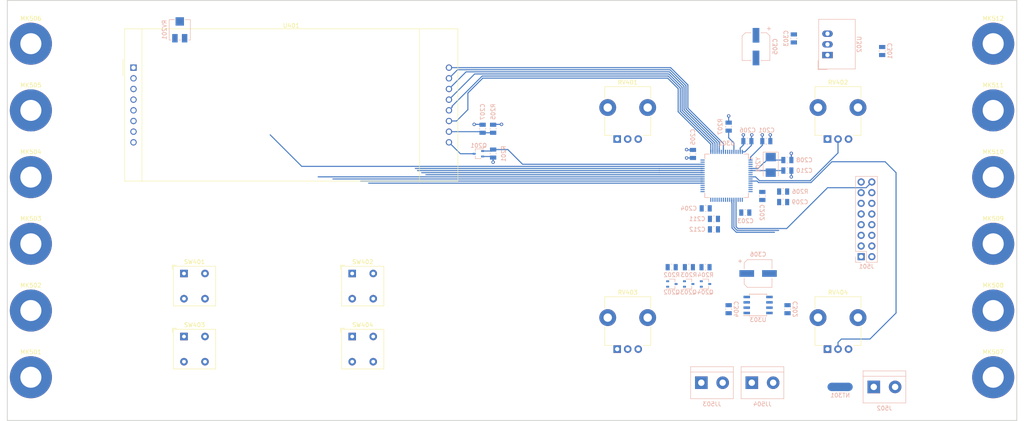
<source format=kicad_pcb>
(kicad_pcb (version 20171130) (host pcbnew "(2018-01-21 revision 81642dddd)-makepkg")
  (layers (0 F.Cu signal) (1 In1.Cu power hide) (2 In2.Cu power hide) (31 B.Cu signal) (34 B.Paste user) (35 F.Paste user) (36 B.SilkS user) (37 F.SilkS user) (38 B.Mask user) (39 F.Mask user) (44 Edge.Cuts user))
  (net 0 "")
  (net 1 /Connectors/+3V3)
  (net 2 /Connectors/Spark_Voltage_0)
  (net 3 /Connectors/GND)
  (net 4 /Connectors/Spark_Voltage_1)
  (net 5 /Connectors/Spark_Voltage_2)
  (net 6 /Connectors/Spark_Voltage_Status)
  (net 7 /Connectors/Output_250V_Enable)
  (net 8 /Connectors/Output_20V_Enable)
  (net 9 /Connectors/Short_Circuit)
  (net 10 /Connectors/Breakdown)
  (net 11 /Connectors/Stepper_DIR)
  (net 12 /Connectors/Stepper_PUL)
  (net 13 /Connectors/Stepper_EN)
  (net 14 GND)
  (net 15 +3V3)
  (net 16 "Net-(U301-Pad2)")
  (net 17 "Net-(U301-Pad3)")
  (net 18 "Net-(U301-Pad4)")
  (net 19 "Net-(U301-Pad24)")
  (net 20 "Net-(U301-Pad29)")
  (net 21 "Net-(U301-Pad36)")
  (net 22 "Net-(U301-Pad54)")
  (net 23 "Net-(U301-Pad61)")
  (net 24 "Net-(U301-Pad62)")
  (net 25 +5V)
  (net 26 +24V)
  (net 27 "Net-(Q204-Pad1)")
  (net 28 "Net-(Q203-Pad1)")
  (net 29 "Net-(Q202-Pad1)")
  (net 30 "Net-(Q201-Pad1)")
  (net 31 "Net-(U303-Pad4)")
  (net 32 "Net-(U303-Pad5)")
  (net 33 "Net-(R207-Pad1)")
  (net 34 "Net-(C209-Pad1)")
  (net 35 /Controller/LCD_A)
  (net 36 /Controller/LCD_V0)
  (net 37 /Controller/LCD_K)
  (net 38 "Net-(C208-Pad1)")
  (net 39 "Net-(C210-Pad1)")
  (net 40 /Controller/LCD_DB0)
  (net 41 /Controller/LCD_DB1)
  (net 42 /Controller/LCD_DB2)
  (net 43 /Controller/LCD_DB3)
  (net 44 /Controller/LCD_DB4)
  (net 45 /Controller/LCD_DB5)
  (net 46 /Controller/LCD_DB6)
  (net 47 /Controller/LCD_DB7)
  (net 48 "Net-(C211-Pad1)")
  (net 49 /Controller/LCD_RS)
  (net 50 /Controller/LCD_RW)
  (net 51 /Controller/LCD_E)
  (net 52 "Net-(U301-Pad14)")
  (net 53 "Net-(U301-Pad15)")
  (net 54 "Net-(U301-Pad16)")
  (net 55 "Net-(U301-Pad17)")
  (net 56 /Controller/POT_4)
  (net 57 /Controller/POT_3)
  (net 58 /Controller/POT_2)
  (net 59 /Controller/POT_1)
  (net 60 "Net-(U301-Pad56)")
  (net 61 "Net-(U301-Pad57)")
  (net 62 "Net-(U301-Pad58)")
  (net 63 "Net-(U301-Pad59)")
  (net 64 /Controller/SW_1)
  (net 65 /Controller/SW_2)
  (net 66 /Controller/SW_3)
  (net 67 /Controller/SW_4)
  (module Potentiometer_SMD:Potentiometer_Bourns_3214J_Horizontal (layer B.Cu) (at 41 -93 270)
    (fp_text reference RV201 (at 0 3.65 270) (layer B.SilkS) (effects (justify mirror)))
    (fp_text value 20k)
    (pad 1 smd rect (at 2 1.15 270) (size 2 1.3) (layers B.Cu B.Paste B.Mask) (net 15 +3V3))
    (pad 2 smd rect (at -2 0 270) (size 2 2) (layers B.Cu B.Paste B.Mask) (net 36 /Controller/LCD_V0))
    (pad 3 smd rect (at 2 -1.15 270) (size 2 1.3) (layers B.Cu B.Paste B.Mask) (net 14 GND))
  )
  (module Capacitor_SMD:C_0805_2012Metric (layer B.Cu) (at 168 -45.5 180)
    (fp_text reference C212 (at 3.955 0 180) (layer B.SilkS) (effects (justify mirror)))
    (fp_text value 2u2)
    (pad 2 smd rect (at 0.955 0 180) (size 0.97 1.5) (layers B.Cu B.Paste B.Mask) (net 14 GND))
    (pad 1 smd rect (at -0.955 0 180) (size 0.97 1.5) (layers B.Cu B.Paste B.Mask) (net 48 "Net-(C211-Pad1)"))
  )
  (module Capacitor_SMD:C_0805_2012Metric (layer B.Cu) (at 168 -48 180)
    (fp_text reference C211 (at 4 0 180) (layer B.SilkS) (effects (justify mirror)))
    (fp_text value 2u2)
    (pad 1 smd rect (at -0.955 0 180) (size 0.97 1.5) (layers B.Cu B.Paste B.Mask) (net 48 "Net-(C211-Pad1)"))
    (pad 2 smd rect (at 0.955 0 180) (size 0.97 1.5) (layers B.Cu B.Paste B.Mask) (net 14 GND))
  )
  (module Capacitor_SMD:C_0805_2012Metric (layer B.Cu) (at 185.455 -59.5)
    (fp_text reference C210 (at 4.045 0) (layer B.SilkS) (effects (justify mirror)))
    (fp_text value 12p)
    (pad 2 smd rect (at 0.955 0) (size 0.97 1.5) (layers B.Cu B.Paste B.Mask) (net 14 GND))
    (pad 1 smd rect (at -0.955 0) (size 0.97 1.5) (layers B.Cu B.Paste B.Mask) (net 39 "Net-(C210-Pad1)"))
  )
  (module Capacitor_SMD:C_0805_2012Metric (layer B.Cu) (at 184.455 -52)
    (fp_text reference C209 (at 4 0) (layer B.SilkS) (effects (justify mirror)))
    (fp_text value 100n)
    (pad 1 smd rect (at -0.955 0) (size 0.97 1.5) (layers B.Cu B.Paste B.Mask) (net 34 "Net-(C209-Pad1)"))
    (pad 2 smd rect (at 0.955 0) (size 0.97 1.5) (layers B.Cu B.Paste B.Mask) (net 14 GND))
  )
  (module Capacitor_SMD:C_0805_2012Metric (layer B.Cu) (at 185.455 -62)
    (fp_text reference C208 (at 4.045 0) (layer B.SilkS) (effects (justify mirror)))
    (fp_text value 12p)
    (pad 2 smd rect (at 0.955 0) (size 0.97 1.5) (layers B.Cu B.Paste B.Mask) (net 14 GND))
    (pad 1 smd rect (at -0.955 0) (size 0.97 1.5) (layers B.Cu B.Paste B.Mask) (net 38 "Net-(C208-Pad1)"))
  )
  (module Capacitor_SMD:C_0805_2012Metric (layer B.Cu) (at 113 -69.455 90)
    (fp_text reference C207 (at 4.045 0 90) (layer B.SilkS) (effects (justify mirror)))
    (fp_text value 1u)
    (pad 1 smd rect (at -0.955 0 90) (size 0.97 1.5) (layers B.Cu B.Paste B.Mask) (net 35 /Controller/LCD_A))
    (pad 2 smd rect (at 0.955 0 90) (size 0.97 1.5) (layers B.Cu B.Paste B.Mask) (net 14 GND))
  )
  (module Crystal:Crystal_SMD_5032-2Pin_5.0x3.2mm (layer B.Cu) (at 181.5 -60.85 270)
    (fp_text reference Y201 (at 0 3 270) (layer B.SilkS) (effects (justify mirror)))
    (fp_text value 25M)
    (pad 1 smd rect (at -1.85 0 270) (size 2 2.4) (layers B.Cu B.Paste B.Mask) (net 38 "Net-(C208-Pad1)"))
    (pad 2 smd rect (at 1.85 0 270) (size 2 2.4) (layers B.Cu B.Paste B.Mask) (net 39 "Net-(C210-Pad1)"))
  )
  (module Resistor_SMD:R_0805_2012Metric (layer B.Cu) (at 184.455 -54.5)
    (fp_text reference R206 (at 4.045 0) (layer B.SilkS) (effects (justify mirror)))
    (fp_text value 27k)
    (pad 2 smd rect (at 0.955 0) (size 0.97 1.5) (layers B.Cu B.Paste B.Mask) (net 15 +3V3))
    (pad 1 smd rect (at -0.955 0) (size 0.97 1.5) (layers B.Cu B.Paste B.Mask) (net 34 "Net-(C209-Pad1)"))
  )
  (module Resistor_SMD:R_0805_2012Metric (layer B.Cu) (at 171.5 -69.955 90)
    (fp_text reference R207 (at 0 -2 270) (layer B.SilkS) (effects (justify mirror)))
    (fp_text value 27k)
    (pad 1 smd rect (at -0.955 0 90) (size 0.97 1.5) (layers B.Cu B.Paste B.Mask) (net 33 "Net-(R207-Pad1)"))
    (pad 2 smd rect (at 0.955 0 90) (size 0.97 1.5) (layers B.Cu B.Paste B.Mask) (net 14 GND))
  )
  (module Converter_DCDC:Converter_DCDC_RECOM_R-78E-0.5_THT (layer B.Cu) (at 195 -87 90)
    (fp_text reference U302 (at 2.54 7.55 90) (layer B.SilkS) (effects (justify mirror)))
    (fp_text value R-78E3.3-1.0)
    (pad 3 thru_hole oval (at 5.08 0 90) (size 1.5 2.5) (drill 1) (layers *.Cu *.Mask) (net 15 +3V3))
    (pad 2 thru_hole oval (at 2.54 0 90) (size 1.5 2.5) (drill 1) (layers *.Cu *.Mask) (net 14 GND))
    (pad 1 thru_hole rect (at 0 0 90) (size 1.5 2.5) (drill 1) (layers *.Cu *.Mask) (net 26 +24V))
  )
  (module NetTie:NetTie-2_SMD_Pad2.0mm (layer B.Cu) (at 198 -8)
    (fp_text reference NT301 (at 0 2) (layer B.SilkS) (effects (justify mirror)))
    (fp_text value Net-Tie_2)
    (fp_poly (pts (xy -2 1) (xy 2 1) (xy 2 -1) (xy -2 -1)) (layer B.Cu) (width 0))
    (pad 1 smd circle (at -2 0) (size 2 2) (layers B.Cu) (net 14 GND))
    (pad 2 smd circle (at 2 0) (size 2 2) (layers B.Cu) (net 14 GND))
  )
  (module Capacitor_SMD:CP_Elec_6.3x5.3 (layer B.Cu) (at 178.5 -35)
    (fp_text reference C306 (at 0 -4.56) (layer B.SilkS) (effects (justify mirror)))
    (fp_text value 10u)
    (fp_text user + (at -4.28 -3.01) (layer B.SilkS) (effects (justify mirror)))
    (pad 2 smd rect (at 2.7 0 180) (size 3.5 1.6) (layers B.Cu B.Paste B.Mask) (net 14 GND))
    (pad 1 smd rect (at -2.7 0 180) (size 3.5 1.6) (layers B.Cu B.Paste B.Mask) (net 25 +5V))
  )
  (module Capacitor_SMD:CP_Elec_6.3x5.3 (layer B.Cu) (at 178 -89 270)
    (fp_text reference C305 (at 0 -4.56 270) (layer B.SilkS) (effects (justify mirror)))
    (fp_text value 10u)
    (fp_text user + (at -4.28 -3.01 270) (layer B.SilkS) (effects (justify mirror)))
    (pad 1 smd rect (at -2.7 0 90) (size 3.5 1.6) (layers B.Cu B.Paste B.Mask) (net 15 +3V3))
    (pad 2 smd rect (at 2.7 0 90) (size 3.5 1.6) (layers B.Cu B.Paste B.Mask) (net 14 GND))
  )
  (module Capacitor_SMD:C_0805_2012Metric (layer B.Cu) (at 163 -63.455 270)
    (fp_text reference C205 (at -4.045 0 270) (layer B.SilkS) (effects (justify mirror)))
    (fp_text value 100n)
    (pad 2 smd rect (at 0.955 0 270) (size 0.97 1.5) (layers B.Cu B.Paste B.Mask) (net 14 GND))
    (pad 1 smd rect (at -0.955 0 270) (size 0.97 1.5) (layers B.Cu B.Paste B.Mask) (net 15 +3V3))
  )
  (module Capacitor_SMD:C_0805_2012Metric (layer B.Cu) (at 171.5 -26.5 90)
    (fp_text reference C304 (at 0 1.85 90) (layer B.SilkS) (effects (justify mirror)))
    (fp_text value 100n)
    (pad 1 smd rect (at -0.955 0 90) (size 0.97 1.5) (layers B.Cu B.Paste B.Mask) (net 25 +5V))
    (pad 2 smd rect (at 0.955 0 90) (size 0.97 1.5) (layers B.Cu B.Paste B.Mask) (net 14 GND))
  )
  (module Capacitor_SMD:C_0805_2012Metric (layer B.Cu) (at 187 -90.955 270)
    (fp_text reference C303 (at 0 1.85 270) (layer B.SilkS) (effects (justify mirror)))
    (fp_text value 100n)
    (pad 2 smd rect (at 0.955 0 270) (size 0.97 1.5) (layers B.Cu B.Paste B.Mask) (net 14 GND))
    (pad 1 smd rect (at -0.955 0 270) (size 0.97 1.5) (layers B.Cu B.Paste B.Mask) (net 15 +3V3))
  )
  (module Capacitor_SMD:C_0805_2012Metric (layer B.Cu) (at 185.5 -26.5 90)
    (fp_text reference C302 (at 0 1.85 90) (layer B.SilkS) (effects (justify mirror)))
    (fp_text value 330n)
    (pad 1 smd rect (at -0.955 0 90) (size 0.97 1.5) (layers B.Cu B.Paste B.Mask) (net 26 +24V))
    (pad 2 smd rect (at 0.955 0 90) (size 0.97 1.5) (layers B.Cu B.Paste B.Mask) (net 14 GND))
  )
  (module Capacitor_SMD:C_0805_2012Metric (layer B.Cu) (at 175.955 -66.5 180)
    (fp_text reference C206 (at -0.045 2.6 180) (layer B.SilkS) (effects (justify mirror)))
    (fp_text value 100n)
    (pad 2 smd rect (at 0.955 0 180) (size 0.97 1.5) (layers B.Cu B.Paste B.Mask) (net 14 GND))
    (pad 1 smd rect (at -0.955 0 180) (size 0.97 1.5) (layers B.Cu B.Paste B.Mask) (net 15 +3V3))
  )
  (module Capacitor_SMD:C_0805_2012Metric (layer B.Cu) (at 166.045 -50.5)
    (fp_text reference C204 (at -4.045 0) (layer B.SilkS) (effects (justify mirror)))
    (fp_text value 100n)
    (pad 1 smd rect (at -0.955 0) (size 0.97 1.5) (layers B.Cu B.Paste B.Mask) (net 15 +3V3))
    (pad 2 smd rect (at 0.955 0) (size 0.97 1.5) (layers B.Cu B.Paste B.Mask) (net 14 GND))
  )
  (module Capacitor_SMD:C_0805_2012Metric (layer B.Cu) (at 175.455 -49.5)
    (fp_text reference C203 (at 0.045 2) (layer B.SilkS) (effects (justify mirror)))
    (fp_text value 100n)
    (pad 2 smd rect (at 0.955 0) (size 0.97 1.5) (layers B.Cu B.Paste B.Mask) (net 14 GND))
    (pad 1 smd rect (at -0.955 0) (size 0.97 1.5) (layers B.Cu B.Paste B.Mask) (net 15 +3V3))
  )
  (module Capacitor_SMD:C_0805_2012Metric (layer B.Cu) (at 179.5 -53.455 90)
    (fp_text reference C202 (at -3.955 0 90) (layer B.SilkS) (effects (justify mirror)))
    (fp_text value 100n)
    (pad 1 smd rect (at -0.955 0 90) (size 0.97 1.5) (layers B.Cu B.Paste B.Mask) (net 15 +3V3))
    (pad 2 smd rect (at 0.955 0 90) (size 0.97 1.5) (layers B.Cu B.Paste B.Mask) (net 14 GND))
  )
  (module Capacitor_SMD:C_0805_2012Metric (layer B.Cu) (at 180.455 -66.5)
    (fp_text reference C201 (at 0.045 -2.6) (layer B.SilkS) (effects (justify mirror)))
    (fp_text value 100n)
    (pad 2 smd rect (at 0.955 0) (size 0.97 1.5) (layers B.Cu B.Paste B.Mask) (net 14 GND))
    (pad 1 smd rect (at -0.955 0) (size 0.97 1.5) (layers B.Cu B.Paste B.Mask) (net 15 +3V3))
  )
  (module Capacitor_SMD:C_0805_2012Metric (layer B.Cu) (at 208 -87.955 90)
    (fp_text reference C301 (at 0 1.85 90) (layer B.SilkS) (effects (justify mirror)))
    (fp_text value 330n)
    (pad 1 smd rect (at -0.955 0 90) (size 0.97 1.5) (layers B.Cu B.Paste B.Mask) (net 26 +24V))
    (pad 2 smd rect (at 0.955 0 90) (size 0.97 1.5) (layers B.Cu B.Paste B.Mask) (net 14 GND))
  )
  (module Package_SO:SOIC-8_3.9x4.9mm_P1.27mm (layer B.Cu) (at 178.5 -27.5)
    (fp_text reference U303 (at 0 3.5) (layer B.SilkS) (effects (justify mirror)))
    (fp_text value L78L05_SO8)
    (pad 1 smd rect (at -2.7 1.905) (size 1.55 0.6) (layers B.Cu B.Paste B.Mask) (net 25 +5V))
    (pad 2 smd rect (at -2.7 0.635) (size 1.55 0.6) (layers B.Cu B.Paste B.Mask) (net 14 GND))
    (pad 3 smd rect (at -2.7 -0.635) (size 1.55 0.6) (layers B.Cu B.Paste B.Mask) (net 14 GND))
    (pad 4 smd rect (at -2.7 -1.905) (size 1.55 0.6) (layers B.Cu B.Paste B.Mask) (net 31 "Net-(U303-Pad4)"))
    (pad 5 smd rect (at 2.7 -1.905) (size 1.55 0.6) (layers B.Cu B.Paste B.Mask) (net 32 "Net-(U303-Pad5)"))
    (pad 6 smd rect (at 2.7 -0.635) (size 1.55 0.6) (layers B.Cu B.Paste B.Mask) (net 14 GND))
    (pad 7 smd rect (at 2.7 0.635) (size 1.55 0.6) (layers B.Cu B.Paste B.Mask) (net 14 GND))
    (pad 8 smd rect (at 2.7 1.905) (size 1.55 0.6) (layers B.Cu B.Paste B.Mask) (net 26 +24V))
  )
  (module Package_TO_SOT_SMD:SOT-323_SC-70 (layer B.Cu) (at 162 -32.5)
    (fp_text reference Q203 (at -0.05 1.95) (layer B.SilkS) (effects (justify mirror)))
    (fp_text value BSS214NW)
    (pad 3 smd rect (at 1 0 90) (size 0.45 0.7) (layers B.Cu B.Paste B.Mask) (net 11 /Connectors/Stepper_DIR))
    (pad 2 smd rect (at -1 -0.65 90) (size 0.45 0.7) (layers B.Cu B.Paste B.Mask) (net 14 GND))
    (pad 1 smd rect (at -1 0.65 90) (size 0.45 0.7) (layers B.Cu B.Paste B.Mask) (net 28 "Net-(Q203-Pad1)"))
  )
  (module Package_TO_SOT_SMD:SOT-323_SC-70 (layer B.Cu) (at 158 -32.5)
    (fp_text reference Q202 (at -0.05 1.95) (layer B.SilkS) (effects (justify mirror)))
    (fp_text value BSS214NW)
    (pad 1 smd rect (at -1 0.65 90) (size 0.45 0.7) (layers B.Cu B.Paste B.Mask) (net 29 "Net-(Q202-Pad1)"))
    (pad 2 smd rect (at -1 -0.65 90) (size 0.45 0.7) (layers B.Cu B.Paste B.Mask) (net 14 GND))
    (pad 3 smd rect (at 1 0 90) (size 0.45 0.7) (layers B.Cu B.Paste B.Mask) (net 12 /Connectors/Stepper_PUL))
  )
  (module Package_TO_SOT_SMD:SOT-323_SC-70 (layer B.Cu) (at 112 -63.5 180)
    (fp_text reference Q201 (at -0.05 1.95 180) (layer B.SilkS) (effects (justify mirror)))
    (fp_text value BSS214NW)
    (pad 3 smd rect (at 1 0 270) (size 0.45 0.7) (layers B.Cu B.Paste B.Mask) (net 37 /Controller/LCD_K))
    (pad 2 smd rect (at -1 -0.65 270) (size 0.45 0.7) (layers B.Cu B.Paste B.Mask) (net 14 GND))
    (pad 1 smd rect (at -1 0.65 270) (size 0.45 0.7) (layers B.Cu B.Paste B.Mask) (net 30 "Net-(Q201-Pad1)"))
  )
  (module Package_TO_SOT_SMD:SOT-323_SC-70 (layer B.Cu) (at 166 -32.5)
    (fp_text reference Q204 (at -0.05 1.95) (layer B.SilkS) (effects (justify mirror)))
    (fp_text value BSS214NW)
    (pad 1 smd rect (at -1 0.65 90) (size 0.45 0.7) (layers B.Cu B.Paste B.Mask) (net 27 "Net-(Q204-Pad1)"))
    (pad 2 smd rect (at -1 -0.65 90) (size 0.45 0.7) (layers B.Cu B.Paste B.Mask) (net 14 GND))
    (pad 3 smd rect (at 1 0 90) (size 0.45 0.7) (layers B.Cu B.Paste B.Mask) (net 13 /Connectors/Stepper_EN))
  )
  (module Resistor_SMD:R_0805_2012Metric (layer B.Cu) (at 115.5 -63.545 270)
    (fp_text reference R201 (at 0.045 -2.5 270) (layer B.SilkS) (effects (justify mirror)))
    (fp_text value 27k)
    (pad 1 smd rect (at -0.955 0 270) (size 0.97 1.5) (layers B.Cu B.Paste B.Mask) (net 30 "Net-(Q201-Pad1)"))
    (pad 2 smd rect (at 0.955 0 270) (size 0.97 1.5) (layers B.Cu B.Paste B.Mask) (net 14 GND))
  )
  (module Resistor_SMD:R_0805_2012Metric (layer B.Cu) (at 157.955 -36.5)
    (fp_text reference R202 (at 0 1.85) (layer B.SilkS) (effects (justify mirror)))
    (fp_text value 27k)
    (pad 2 smd rect (at 0.955 0) (size 0.97 1.5) (layers B.Cu B.Paste B.Mask) (net 14 GND))
    (pad 1 smd rect (at -0.955 0) (size 0.97 1.5) (layers B.Cu B.Paste B.Mask) (net 29 "Net-(Q202-Pad1)"))
  )
  (module Resistor_SMD:R_0805_2012Metric (layer B.Cu) (at 162.045 -36.5)
    (fp_text reference R203 (at 0 1.85) (layer B.SilkS) (effects (justify mirror)))
    (fp_text value 27k)
    (pad 1 smd rect (at -0.955 0) (size 0.97 1.5) (layers B.Cu B.Paste B.Mask) (net 28 "Net-(Q203-Pad1)"))
    (pad 2 smd rect (at 0.955 0) (size 0.97 1.5) (layers B.Cu B.Paste B.Mask) (net 14 GND))
  )
  (module Resistor_SMD:R_0805_2012Metric (layer B.Cu) (at 166 -36.5)
    (fp_text reference R204 (at 0 1.85) (layer B.SilkS) (effects (justify mirror)))
    (fp_text value 27k)
    (pad 2 smd rect (at 0.955 0) (size 0.97 1.5) (layers B.Cu B.Paste B.Mask) (net 14 GND))
    (pad 1 smd rect (at -0.955 0) (size 0.97 1.5) (layers B.Cu B.Paste B.Mask) (net 27 "Net-(Q204-Pad1)"))
  )
  (module Resistor_SMD:R_0805_2012Metric (layer B.Cu) (at 115.5 -69.455 90)
    (fp_text reference R205 (at 4.045 0 90) (layer B.SilkS) (effects (justify mirror)))
    (fp_text value 20R)
    (pad 1 smd rect (at -0.955 0 90) (size 0.97 1.5) (layers B.Cu B.Paste B.Mask) (net 35 /Controller/LCD_A))
    (pad 2 smd rect (at 0.955 0 90) (size 0.97 1.5) (layers B.Cu B.Paste B.Mask) (net 15 +3V3))
  )
  (module Package_QFP:LQFP-64_10x10mm_P0.5mm (layer B.Cu) (at 171 -58.25 180)
    (fp_text reference U301 (at 0 7.75 180) (layer B.SilkS) (effects (justify mirror)))
    (fp_text value STM32F722RETx)
    (pad 1 smd rect (at -5.7 3.75 180) (size 1 0.25) (layers B.Cu B.Paste B.Mask) (net 15 +3V3))
    (pad 2 smd rect (at -5.7 3.25 180) (size 1 0.25) (layers B.Cu B.Paste B.Mask) (net 16 "Net-(U301-Pad2)"))
    (pad 3 smd rect (at -5.7 2.75 180) (size 1 0.25) (layers B.Cu B.Paste B.Mask) (net 17 "Net-(U301-Pad3)"))
    (pad 4 smd rect (at -5.7 2.25 180) (size 1 0.25) (layers B.Cu B.Paste B.Mask) (net 18 "Net-(U301-Pad4)"))
    (pad 5 smd rect (at -5.7 1.75 180) (size 1 0.25) (layers B.Cu B.Paste B.Mask) (net 38 "Net-(C208-Pad1)"))
    (pad 6 smd rect (at -5.7 1.25 180) (size 1 0.25) (layers B.Cu B.Paste B.Mask) (net 39 "Net-(C210-Pad1)"))
    (pad 7 smd rect (at -5.7 0.75 180) (size 1 0.25) (layers B.Cu B.Paste B.Mask) (net 34 "Net-(C209-Pad1)"))
    (pad 8 smd rect (at -5.7 0.25 180) (size 1 0.25) (layers B.Cu B.Paste B.Mask) (net 59 /Controller/POT_1))
    (pad 9 smd rect (at -5.7 -0.25 180) (size 1 0.25) (layers B.Cu B.Paste B.Mask) (net 58 /Controller/POT_2))
    (pad 10 smd rect (at -5.7 -0.75 180) (size 1 0.25) (layers B.Cu B.Paste B.Mask) (net 57 /Controller/POT_3))
    (pad 11 smd rect (at -5.7 -1.25 180) (size 1 0.25) (layers B.Cu B.Paste B.Mask) (net 56 /Controller/POT_4))
    (pad 12 smd rect (at -5.7 -1.75 180) (size 1 0.25) (layers B.Cu B.Paste B.Mask) (net 14 GND))
    (pad 13 smd rect (at -5.7 -2.25 180) (size 1 0.25) (layers B.Cu B.Paste B.Mask) (net 15 +3V3))
    (pad 14 smd rect (at -5.7 -2.75 180) (size 1 0.25) (layers B.Cu B.Paste B.Mask) (net 52 "Net-(U301-Pad14)"))
    (pad 15 smd rect (at -5.7 -3.25 180) (size 1 0.25) (layers B.Cu B.Paste B.Mask) (net 53 "Net-(U301-Pad15)"))
    (pad 16 smd rect (at -5.7 -3.75 180) (size 1 0.25) (layers B.Cu B.Paste B.Mask) (net 54 "Net-(U301-Pad16)"))
    (pad 17 smd rect (at -3.75 -5.7 90) (size 1 0.25) (layers B.Cu B.Paste B.Mask) (net 55 "Net-(U301-Pad17)"))
    (pad 18 smd rect (at -3.25 -5.7 90) (size 1 0.25) (layers B.Cu B.Paste B.Mask) (net 14 GND))
    (pad 19 smd rect (at -2.75 -5.7 90) (size 1 0.25) (layers B.Cu B.Paste B.Mask) (net 15 +3V3))
    (pad 20 smd rect (at -2.25 -5.7 90) (size 1 0.25) (layers B.Cu B.Paste B.Mask) (net 10 /Connectors/Breakdown))
    (pad 21 smd rect (at -1.75 -5.7 90) (size 1 0.25) (layers B.Cu B.Paste B.Mask) (net 9 /Connectors/Short_Circuit))
    (pad 22 smd rect (at -1.25 -5.7 90) (size 1 0.25) (layers B.Cu B.Paste B.Mask) (net 8 /Connectors/Output_20V_Enable))
    (pad 23 smd rect (at -0.75 -5.7 90) (size 1 0.25) (layers B.Cu B.Paste B.Mask) (net 7 /Connectors/Output_250V_Enable))
    (pad 24 smd rect (at -0.25 -5.7 90) (size 1 0.25) (layers B.Cu B.Paste B.Mask) (net 19 "Net-(U301-Pad24)"))
    (pad 25 smd rect (at 0.25 -5.7 90) (size 1 0.25) (layers B.Cu B.Paste B.Mask) (net 6 /Connectors/Spark_Voltage_Status))
    (pad 26 smd rect (at 0.75 -5.7 90) (size 1 0.25) (layers B.Cu B.Paste B.Mask) (net 5 /Connectors/Spark_Voltage_2))
    (pad 27 smd rect (at 1.25 -5.7 90) (size 1 0.25) (layers B.Cu B.Paste B.Mask) (net 4 /Connectors/Spark_Voltage_1))
    (pad 28 smd rect (at 1.75 -5.7 90) (size 1 0.25) (layers B.Cu B.Paste B.Mask) (net 2 /Connectors/Spark_Voltage_0))
    (pad 29 smd rect (at 2.25 -5.7 90) (size 1 0.25) (layers B.Cu B.Paste B.Mask) (net 20 "Net-(U301-Pad29)"))
    (pad 30 smd rect (at 2.75 -5.7 90) (size 1 0.25) (layers B.Cu B.Paste B.Mask) (net 48 "Net-(C211-Pad1)"))
    (pad 31 smd rect (at 3.25 -5.7 90) (size 1 0.25) (layers B.Cu B.Paste B.Mask) (net 14 GND))
    (pad 32 smd rect (at 3.75 -5.7 90) (size 1 0.25) (layers B.Cu B.Paste B.Mask) (net 15 +3V3))
    (pad 33 smd rect (at 5.7 -3.75 180) (size 1 0.25) (layers B.Cu B.Paste B.Mask) (net 27 "Net-(Q204-Pad1)"))
    (pad 34 smd rect (at 5.7 -3.25 180) (size 1 0.25) (layers B.Cu B.Paste B.Mask) (net 28 "Net-(Q203-Pad1)"))
    (pad 35 smd rect (at 5.7 -2.75 180) (size 1 0.25) (layers B.Cu B.Paste B.Mask) (net 29 "Net-(Q202-Pad1)"))
    (pad 36 smd rect (at 5.7 -2.25 180) (size 1 0.25) (layers B.Cu B.Paste B.Mask) (net 21 "Net-(U301-Pad36)"))
    (pad 37 smd rect (at 5.7 -1.75 180) (size 1 0.25) (layers B.Cu B.Paste B.Mask) (net 64 /Controller/SW_1))
    (pad 38 smd rect (at 5.7 -1.25 180) (size 1 0.25) (layers B.Cu B.Paste B.Mask) (net 65 /Controller/SW_2))
    (pad 39 smd rect (at 5.7 -0.75 180) (size 1 0.25) (layers B.Cu B.Paste B.Mask) (net 66 /Controller/SW_3))
    (pad 40 smd rect (at 5.7 -0.25 180) (size 1 0.25) (layers B.Cu B.Paste B.Mask) (net 67 /Controller/SW_4))
    (pad 41 smd rect (at 5.7 0.25 180) (size 1 0.25) (layers B.Cu B.Paste B.Mask) (net 41 /Controller/LCD_DB1))
    (pad 42 smd rect (at 5.7 0.75 180) (size 1 0.25) (layers B.Cu B.Paste B.Mask) (net 40 /Controller/LCD_DB0))
    (pad 43 smd rect (at 5.7 1.25 180) (size 1 0.25) (layers B.Cu B.Paste B.Mask) (net 51 /Controller/LCD_E))
    (pad 44 smd rect (at 5.7 1.75 180) (size 1 0.25) (layers B.Cu B.Paste B.Mask) (net 50 /Controller/LCD_RW))
    (pad 45 smd rect (at 5.7 2.25 180) (size 1 0.25) (layers B.Cu B.Paste B.Mask) (net 49 /Controller/LCD_RS))
    (pad 46 smd rect (at 5.7 2.75 180) (size 1 0.25) (layers B.Cu B.Paste B.Mask) (net 30 "Net-(Q201-Pad1)"))
    (pad 47 smd rect (at 5.7 3.25 180) (size 1 0.25) (layers B.Cu B.Paste B.Mask) (net 14 GND))
    (pad 48 smd rect (at 5.7 3.75 180) (size 1 0.25) (layers B.Cu B.Paste B.Mask) (net 15 +3V3))
    (pad 49 smd rect (at 3.75 5.7 90) (size 1 0.25) (layers B.Cu B.Paste B.Mask) (net 47 /Controller/LCD_DB7))
    (pad 50 smd rect (at 3.25 5.7 90) (size 1 0.25) (layers B.Cu B.Paste B.Mask) (net 46 /Controller/LCD_DB6))
    (pad 51 smd rect (at 2.75 5.7 90) (size 1 0.25) (layers B.Cu B.Paste B.Mask) (net 45 /Controller/LCD_DB5))
    (pad 52 smd rect (at 2.25 5.7 90) (size 1 0.25) (layers B.Cu B.Paste B.Mask) (net 44 /Controller/LCD_DB4))
    (pad 53 smd rect (at 1.75 5.7 90) (size 1 0.25) (layers B.Cu B.Paste B.Mask) (net 43 /Controller/LCD_DB3))
    (pad 54 smd rect (at 1.25 5.7 90) (size 1 0.25) (layers B.Cu B.Paste B.Mask) (net 22 "Net-(U301-Pad54)"))
    (pad 55 smd rect (at 0.75 5.7 90) (size 1 0.25) (layers B.Cu B.Paste B.Mask) (net 42 /Controller/LCD_DB2))
    (pad 56 smd rect (at 0.25 5.7 90) (size 1 0.25) (layers B.Cu B.Paste B.Mask) (net 60 "Net-(U301-Pad56)"))
    (pad 57 smd rect (at -0.25 5.7 90) (size 1 0.25) (layers B.Cu B.Paste B.Mask) (net 61 "Net-(U301-Pad57)"))
    (pad 58 smd rect (at -0.75 5.7 90) (size 1 0.25) (layers B.Cu B.Paste B.Mask) (net 62 "Net-(U301-Pad58)"))
    (pad 59 smd rect (at -1.25 5.7 90) (size 1 0.25) (layers B.Cu B.Paste B.Mask) (net 63 "Net-(U301-Pad59)"))
    (pad 60 smd rect (at -1.75 5.7 90) (size 1 0.25) (layers B.Cu B.Paste B.Mask) (net 33 "Net-(R207-Pad1)"))
    (pad 61 smd rect (at -2.25 5.7 90) (size 1 0.25) (layers B.Cu B.Paste B.Mask) (net 23 "Net-(U301-Pad61)"))
    (pad 62 smd rect (at -2.75 5.7 90) (size 1 0.25) (layers B.Cu B.Paste B.Mask) (net 24 "Net-(U301-Pad62)"))
    (pad 63 smd rect (at -3.25 5.7 90) (size 1 0.25) (layers B.Cu B.Paste B.Mask) (net 14 GND))
    (pad 64 smd rect (at -3.75 5.7 90) (size 1 0.25) (layers B.Cu B.Paste B.Mask) (net 15 +3V3))
  )
  (module Button_Switch_THT:SW_PUSH_CK_PVA1 (layer F.Cu) (at 82 -20)
    (fp_text reference SW404 (at 2.5 -2.75) (layer F.SilkS))
    (fp_text value SW_Push)
    (pad 2 thru_hole circle (at 5 0 90) (size 1.8 1.8) (drill 0.9) (layers *.Cu *.Mask) (net 14 GND))
    (pad 4 thru_hole circle (at 5 6 90) (size 1.8 1.8) (drill 0.9) (layers *.Cu *.Mask))
    (pad 1 thru_hole rect (at 0 0 90) (size 1.8 1.8) (drill 0.9) (layers *.Cu *.Mask) (net 67 /Controller/SW_4))
    (pad 3 thru_hole circle (at 0 6 90) (size 1.8 1.8) (drill 0.9) (layers *.Cu *.Mask))
  )
  (module Button_Switch_THT:SW_PUSH_CK_PVA1 (layer F.Cu) (at 42 -20)
    (fp_text reference SW403 (at 2.5 -2.75) (layer F.SilkS))
    (fp_text value SW_Push)
    (pad 3 thru_hole circle (at 0 6 90) (size 1.8 1.8) (drill 0.9) (layers *.Cu *.Mask))
    (pad 1 thru_hole rect (at 0 0 90) (size 1.8 1.8) (drill 0.9) (layers *.Cu *.Mask) (net 66 /Controller/SW_3))
    (pad 4 thru_hole circle (at 5 6 90) (size 1.8 1.8) (drill 0.9) (layers *.Cu *.Mask))
    (pad 2 thru_hole circle (at 5 0 90) (size 1.8 1.8) (drill 0.9) (layers *.Cu *.Mask) (net 14 GND))
  )
  (module Button_Switch_THT:SW_PUSH_CK_PVA1 (layer F.Cu) (at 82 -35)
    (fp_text reference SW402 (at 2.5 -2.75) (layer F.SilkS))
    (fp_text value SW_Push)
    (pad 2 thru_hole circle (at 5 0 90) (size 1.8 1.8) (drill 0.9) (layers *.Cu *.Mask) (net 14 GND))
    (pad 4 thru_hole circle (at 5 6 90) (size 1.8 1.8) (drill 0.9) (layers *.Cu *.Mask))
    (pad 1 thru_hole rect (at 0 0 90) (size 1.8 1.8) (drill 0.9) (layers *.Cu *.Mask) (net 65 /Controller/SW_2))
    (pad 3 thru_hole circle (at 0 6 90) (size 1.8 1.8) (drill 0.9) (layers *.Cu *.Mask))
  )
  (module Button_Switch_THT:SW_PUSH_CK_PVA1 (layer F.Cu) (at 42 -35)
    (fp_text reference SW401 (at 2.5 -2.75) (layer F.SilkS))
    (fp_text value SW_Push)
    (pad 3 thru_hole circle (at 0 6 90) (size 1.8 1.8) (drill 0.9) (layers *.Cu *.Mask))
    (pad 1 thru_hole rect (at 0 0 90) (size 1.8 1.8) (drill 0.9) (layers *.Cu *.Mask) (net 64 /Controller/SW_1))
    (pad 4 thru_hole circle (at 5 6 90) (size 1.8 1.8) (drill 0.9) (layers *.Cu *.Mask))
    (pad 2 thru_hole circle (at 5 0 90) (size 1.8 1.8) (drill 0.9) (layers *.Cu *.Mask) (net 14 GND))
  )
  (module Potentiometer_THT:Potentiometer_TT_P0915N (layer F.Cu) (at 145 -67)
    (fp_text reference RV401 (at 2.5 -13.5) (layer F.SilkS))
    (fp_text value POT)
    (pad 1 thru_hole rect (at 0 0) (size 1.8 1.8) (drill 1) (layers *.Cu *.Mask) (net 15 +3V3))
    (pad 2 thru_hole circle (at 2.5 0) (size 1.8 1.8) (drill 1) (layers *.Cu *.Mask) (net 59 /Controller/POT_1))
    (pad 3 thru_hole circle (at 5 0) (size 1.8 1.8) (drill 1) (layers *.Cu *.Mask) (net 14 GND))
    (pad "" thru_hole oval (at -2.25 -7.5) (size 4 4) (drill 2) (layers *.Cu *.Mask))
    (pad "" thru_hole oval (at 7.25 -7.5) (size 4 4) (drill 2) (layers *.Cu *.Mask))
  )
  (module Potentiometer_THT:Potentiometer_TT_P0915N (layer F.Cu) (at 195 -67)
    (fp_text reference RV402 (at 2.5 -13.5) (layer F.SilkS))
    (fp_text value POT)
    (pad "" thru_hole oval (at 7.25 -7.5) (size 4 4) (drill 2) (layers *.Cu *.Mask))
    (pad "" thru_hole oval (at -2.25 -7.5) (size 4 4) (drill 2) (layers *.Cu *.Mask))
    (pad 3 thru_hole circle (at 5 0) (size 1.8 1.8) (drill 1) (layers *.Cu *.Mask) (net 14 GND))
    (pad 2 thru_hole circle (at 2.5 0) (size 1.8 1.8) (drill 1) (layers *.Cu *.Mask) (net 58 /Controller/POT_2))
    (pad 1 thru_hole rect (at 0 0) (size 1.8 1.8) (drill 1) (layers *.Cu *.Mask) (net 15 +3V3))
  )
  (module Potentiometer_THT:Potentiometer_TT_P0915N (layer F.Cu) (at 145 -17)
    (fp_text reference RV403 (at 2.5 -13.5) (layer F.SilkS))
    (fp_text value POT)
    (pad 1 thru_hole rect (at 0 0) (size 1.8 1.8) (drill 1) (layers *.Cu *.Mask) (net 15 +3V3))
    (pad 2 thru_hole circle (at 2.5 0) (size 1.8 1.8) (drill 1) (layers *.Cu *.Mask) (net 57 /Controller/POT_3))
    (pad 3 thru_hole circle (at 5 0) (size 1.8 1.8) (drill 1) (layers *.Cu *.Mask) (net 14 GND))
    (pad "" thru_hole oval (at -2.25 -7.5) (size 4 4) (drill 2) (layers *.Cu *.Mask))
    (pad "" thru_hole oval (at 7.25 -7.5) (size 4 4) (drill 2) (layers *.Cu *.Mask))
  )
  (module Potentiometer_THT:Potentiometer_TT_P0915N (layer F.Cu) (at 195 -17)
    (fp_text reference RV404 (at 2.5 -13.5) (layer F.SilkS))
    (fp_text value POT)
    (pad "" thru_hole oval (at 7.25 -7.5) (size 4 4) (drill 2) (layers *.Cu *.Mask))
    (pad "" thru_hole oval (at -2.25 -7.5) (size 4 4) (drill 2) (layers *.Cu *.Mask))
    (pad 3 thru_hole circle (at 5 0) (size 1.8 1.8) (drill 1) (layers *.Cu *.Mask) (net 14 GND))
    (pad 2 thru_hole circle (at 2.5 0) (size 1.8 1.8) (drill 1) (layers *.Cu *.Mask) (net 56 /Controller/POT_4))
    (pad 1 thru_hole rect (at 0 0) (size 1.8 1.8) (drill 1) (layers *.Cu *.Mask) (net 15 +3V3))
  )
  (module Display:NHD-0420H1Z (layer F.Cu) (at 30 -84)
    (fp_text reference U401 (at 37.5 -10) (layer F.SilkS))
    (fp_text value NHD-0420H1Z)
    (pad 1 thru_hole rect (at 0 0) (size 1.5 1.5) (drill 1) (layers *.Cu *.Mask) (net 14 GND))
    (pad 2 thru_hole circle (at 0 2.54) (size 1.5 1.5) (drill 1) (layers *.Cu *.Mask) (net 15 +3V3))
    (pad 3 thru_hole circle (at 0 5.08) (size 1.5 1.5) (drill 1) (layers *.Cu *.Mask) (net 36 /Controller/LCD_V0))
    (pad 4 thru_hole circle (at 0 7.62) (size 1.5 1.5) (drill 1) (layers *.Cu *.Mask) (net 49 /Controller/LCD_RS))
    (pad 5 thru_hole circle (at 0 10.16) (size 1.5 1.5) (drill 1) (layers *.Cu *.Mask) (net 50 /Controller/LCD_RW))
    (pad 6 thru_hole circle (at 0 12.7) (size 1.5 1.5) (drill 1) (layers *.Cu *.Mask) (net 51 /Controller/LCD_E))
    (pad 7 thru_hole circle (at 0 15.24) (size 1.5 1.5) (drill 1) (layers *.Cu *.Mask) (net 40 /Controller/LCD_DB0))
    (pad 8 thru_hole circle (at 0 17.78) (size 1.5 1.5) (drill 1) (layers *.Cu *.Mask) (net 41 /Controller/LCD_DB1))
    (pad 10 thru_hole circle (at 75 2.54) (size 1.5 1.5) (drill 1) (layers *.Cu *.Mask) (net 43 /Controller/LCD_DB3))
    (pad 11 thru_hole circle (at 75 5.08) (size 1.5 1.5) (drill 1) (layers *.Cu *.Mask) (net 44 /Controller/LCD_DB4))
    (pad 12 thru_hole circle (at 75 7.62) (size 1.5 1.5) (drill 1) (layers *.Cu *.Mask) (net 45 /Controller/LCD_DB5))
    (pad 13 thru_hole circle (at 75 10.16) (size 1.5 1.5) (drill 1) (layers *.Cu *.Mask) (net 46 /Controller/LCD_DB6))
    (pad 14 thru_hole circle (at 75 12.7) (size 1.5 1.5) (drill 1) (layers *.Cu *.Mask) (net 47 /Controller/LCD_DB7))
    (pad "" np_thru_hole circle (at 75 -7.11) (size 2 2) (drill 2) (layers *.Cu *.Mask))
    (pad "" np_thru_hole circle (at 0 24.89) (size 2 2) (drill 2) (layers *.Cu *.Mask))
    (pad 9 thru_hole circle (at 75 0) (size 1.5 1.5) (drill 1) (layers *.Cu *.Mask) (net 42 /Controller/LCD_DB2))
    (pad 16 thru_hole circle (at 75 17.78) (size 1.5 1.5) (drill 1) (layers *.Cu *.Mask) (net 37 /Controller/LCD_K))
    (pad 15 thru_hole circle (at 75 15.24) (size 1.5 1.5) (drill 1) (layers *.Cu *.Mask) (net 35 /Controller/LCD_A))
  )
  (module MountingHole:MountingHole_5mm_Pad (layer F.Cu) (at 234.4 -89.7)
    (fp_text reference MK512 (at 0 -6) (layer F.SilkS))
    (fp_text value Mounting_Hole_PAD)
    (pad 1 thru_hole circle (at 0 0) (size 10 10) (drill 5) (layers *.Cu *.Mask) (net 14 GND))
  )
  (module MountingHole:MountingHole_5mm_Pad (layer F.Cu) (at 5.6 -89.7)
    (fp_text reference MK506 (at 0 -6) (layer F.SilkS))
    (fp_text value Mounting_Hole_PAD)
    (pad 1 thru_hole circle (at 0 0) (size 10 10) (drill 5) (layers *.Cu *.Mask) (net 14 GND))
  )
  (module MountingHole:MountingHole_5mm_Pad (layer F.Cu) (at 234.4 -73.82)
    (fp_text reference MK511 (at 0 -6) (layer F.SilkS))
    (fp_text value Mounting_Hole_PAD)
    (pad 1 thru_hole circle (at 0 0) (size 10 10) (drill 5) (layers *.Cu *.Mask) (net 14 GND))
  )
  (module MountingHole:MountingHole_5mm_Pad (layer F.Cu) (at 5.6 -73.82)
    (fp_text reference MK505 (at 0 -6) (layer F.SilkS))
    (fp_text value Mounting_Hole_PAD)
    (pad 1 thru_hole circle (at 0 0) (size 10 10) (drill 5) (layers *.Cu *.Mask) (net 14 GND))
  )
  (module Connector_PinHeader_2.54mm:PinHeader_2x08_P2.54mm_Vertical (layer B.Cu) (at 203 -39)
    (fp_text reference J501 (at 1.27 2.33) (layer B.SilkS) (effects (justify mirror)))
    (fp_text value Conn_02x08_Odd_Even)
    (pad 1 thru_hole rect (at 0 0) (size 1.7 1.7) (drill 1) (layers *.Cu *.Mask) (net 1 /Connectors/+3V3))
    (pad 2 thru_hole oval (at 2.54 0) (size 1.7 1.7) (drill 1) (layers *.Cu *.Mask) (net 2 /Connectors/Spark_Voltage_0))
    (pad 3 thru_hole oval (at 0 -2.54) (size 1.7 1.7) (drill 1) (layers *.Cu *.Mask) (net 3 /Connectors/GND))
    (pad 4 thru_hole oval (at 2.54 -2.54) (size 1.7 1.7) (drill 1) (layers *.Cu *.Mask) (net 4 /Connectors/Spark_Voltage_1))
    (pad 5 thru_hole oval (at 0 -5.08) (size 1.7 1.7) (drill 1) (layers *.Cu *.Mask) (net 3 /Connectors/GND))
    (pad 6 thru_hole oval (at 2.54 -5.08) (size 1.7 1.7) (drill 1) (layers *.Cu *.Mask) (net 5 /Connectors/Spark_Voltage_2))
    (pad 7 thru_hole oval (at 0 -7.62) (size 1.7 1.7) (drill 1) (layers *.Cu *.Mask) (net 3 /Connectors/GND))
    (pad 8 thru_hole oval (at 2.54 -7.62) (size 1.7 1.7) (drill 1) (layers *.Cu *.Mask) (net 6 /Connectors/Spark_Voltage_Status))
    (pad 9 thru_hole oval (at 0 -10.16) (size 1.7 1.7) (drill 1) (layers *.Cu *.Mask) (net 3 /Connectors/GND))
    (pad 10 thru_hole oval (at 2.54 -10.16) (size 1.7 1.7) (drill 1) (layers *.Cu *.Mask) (net 7 /Connectors/Output_250V_Enable))
    (pad 11 thru_hole oval (at 0 -12.7) (size 1.7 1.7) (drill 1) (layers *.Cu *.Mask) (net 3 /Connectors/GND))
    (pad 12 thru_hole oval (at 2.54 -12.7) (size 1.7 1.7) (drill 1) (layers *.Cu *.Mask) (net 8 /Connectors/Output_20V_Enable))
    (pad 13 thru_hole oval (at 0 -15.24) (size 1.7 1.7) (drill 1) (layers *.Cu *.Mask) (net 3 /Connectors/GND))
    (pad 14 thru_hole oval (at 2.54 -15.24) (size 1.7 1.7) (drill 1) (layers *.Cu *.Mask) (net 9 /Connectors/Short_Circuit))
    (pad 15 thru_hole oval (at 0 -17.78) (size 1.7 1.7) (drill 1) (layers *.Cu *.Mask) (net 3 /Connectors/GND))
    (pad 16 thru_hole oval (at 2.54 -17.78) (size 1.7 1.7) (drill 1) (layers *.Cu *.Mask) (net 10 /Connectors/Breakdown))
  )
  (module MountingHole:MountingHole_5mm_Pad (layer F.Cu) (at 234.4 -57.94)
    (fp_text reference MK510 (at 0 -6) (layer F.SilkS))
    (fp_text value Mounting_Hole_PAD)
    (pad 1 thru_hole circle (at 0 0) (size 10 10) (drill 5) (layers *.Cu *.Mask) (net 14 GND))
  )
  (module MountingHole:MountingHole_5mm_Pad (layer F.Cu) (at 234.4 -42.06)
    (fp_text reference MK509 (at 0 -6) (layer F.SilkS))
    (fp_text value Mounting_Hole_PAD)
    (pad 1 thru_hole circle (at 0 0) (size 10 10) (drill 5) (layers *.Cu *.Mask) (net 14 GND))
  )
  (module MountingHole:MountingHole_5mm_Pad (layer F.Cu) (at 234.4 -26.18)
    (fp_text reference MK508 (at 0 -6) (layer F.SilkS))
    (fp_text value Mounting_Hole_PAD)
    (pad 1 thru_hole circle (at 0 0) (size 10 10) (drill 5) (layers *.Cu *.Mask) (net 14 GND))
  )
  (module MountingHole:MountingHole_5mm_Pad (layer F.Cu) (at 234.4 -10.3)
    (fp_text reference MK507 (at 0 -6) (layer F.SilkS))
    (fp_text value Mounting_Hole_PAD)
    (pad 1 thru_hole circle (at 0 0) (size 10 10) (drill 5) (layers *.Cu *.Mask) (net 14 GND))
  )
  (module MountingHole:MountingHole_5mm_Pad (layer F.Cu) (at 5.6 -57.94)
    (fp_text reference MK504 (at 0 -6) (layer F.SilkS))
    (fp_text value Mounting_Hole_PAD)
    (pad 1 thru_hole circle (at 0 0) (size 10 10) (drill 5) (layers *.Cu *.Mask) (net 14 GND))
  )
  (module MountingHole:MountingHole_5mm_Pad (layer F.Cu) (at 5.6 -42.06)
    (fp_text reference MK503 (at 0 -6) (layer F.SilkS))
    (fp_text value Mounting_Hole_PAD)
    (pad 1 thru_hole circle (at 0 0) (size 10 10) (drill 5) (layers *.Cu *.Mask) (net 14 GND))
  )
  (module MountingHole:MountingHole_5mm_Pad (layer F.Cu) (at 5.6 -26.18)
    (fp_text reference MK502 (at 0 -6) (layer F.SilkS))
    (fp_text value Mounting_Hole_PAD)
    (pad 1 thru_hole circle (at 0 0) (size 10 10) (drill 5) (layers *.Cu *.Mask) (net 14 GND))
  )
  (module MountingHole:MountingHole_5mm_Pad (layer F.Cu) (at 5.6 -10.3)
    (fp_text reference MK501 (at 0 -6) (layer F.SilkS))
    (fp_text value Mounting_Hole_PAD)
    (pad 1 thru_hole circle (at 0 0) (size 10 10) (drill 5) (layers *.Cu *.Mask) (net 14 GND))
  )
  (module TerminalBlock:TerminalBlock_bornier-2_P5.08mm (layer B.Cu) (at 177 -9)
    (fp_text reference JJ504 (at 2.54 5.08) (layer B.SilkS) (effects (justify mirror)))
    (fp_text value Conn_01x02)
    (pad 1 thru_hole rect (at 0 0) (size 3 3) (drill 1.52) (layers *.Cu *.Mask) (net 25 +5V))
    (pad 2 thru_hole circle (at 5.08 0) (size 3 3) (drill 1.52) (layers *.Cu *.Mask) (net 13 /Connectors/Stepper_EN))
  )
  (module TerminalBlock:TerminalBlock_bornier-2_P5.08mm (layer B.Cu) (at 165 -9)
    (fp_text reference JJ503 (at 2.54 5.08) (layer B.SilkS) (effects (justify mirror)))
    (fp_text value Conn_01x02)
    (pad 2 thru_hole circle (at 5.08 0) (size 3 3) (drill 1.52) (layers *.Cu *.Mask) (net 11 /Connectors/Stepper_DIR))
    (pad 1 thru_hole rect (at 0 0) (size 3 3) (drill 1.52) (layers *.Cu *.Mask) (net 12 /Connectors/Stepper_PUL))
  )
  (module TerminalBlock:TerminalBlock_bornier-2_P5.08mm (layer B.Cu) (at 206 -8)
    (fp_text reference J502 (at 2.54 5.08) (layer B.SilkS) (effects (justify mirror)))
    (fp_text value Conn_01x02)
    (pad 1 thru_hole rect (at 0 0) (size 3 3) (drill 1.52) (layers *.Cu *.Mask) (net 14 GND))
    (pad 2 thru_hole circle (at 5.08 0) (size 3 3) (drill 1.52) (layers *.Cu *.Mask) (net 26 +24V))
  )
  (gr_line (start 240 0) (end 0 0) (layer Edge.Cuts) (width 0.2))
  (gr_line (start 240 -100) (end 240 0) (layer Edge.Cuts) (width 0.2))
  (gr_line (start 0 -100) (end 240 -100) (layer Edge.Cuts) (width 0.2))
  (gr_line (start 0 0) (end 0 -100) (layer Edge.Cuts) (width 0.2))
  (segment (start 173.3272 -44.79998) (end 182.4 -44.79998) (width 0.25) (layer B.Cu) (net 8))
  (segment (start 172.299991 -45.827189) (end 173.3272 -44.79998) (width 0.25) (layer B.Cu) (net 8))
  (segment (start 172.25 -51.8) (end 172.29999 -51.75001) (width 0.25) (layer B.Cu) (net 8))
  (segment (start 172.25 -52.55) (end 172.25 -51.8) (width 0.25) (layer B.Cu) (net 8))
  (segment (start 172.29999 -51.75001) (end 172.299991 -45.827189) (width 0.25) (layer B.Cu) (net 8))
  (segment (start 173.5136 -45.24999) (end 183.4 -45.24999) (width 0.25) (layer B.Cu) (net 9))
  (segment (start 172.75 -52.55) (end 172.75 -46.01359) (width 0.25) (layer B.Cu) (net 9))
  (segment (start 172.75 -46.01359) (end 173.5136 -45.24999) (width 0.25) (layer B.Cu) (net 9))
  (segment (start 173.7 -45.7) (end 173.25 -46.15) (width 0.25) (layer B.Cu) (net 10))
  (segment (start 173.25 -46.15) (end 173.25 -52.55) (width 0.25) (layer B.Cu) (net 10))
  (segment (start 185.3 -45.7) (end 173.7 -45.7) (width 0.25) (layer B.Cu) (net 10))
  (segment (start 195.015001 -55.415001) (end 185.3 -45.7) (width 0.25) (layer B.Cu) (net 10))
  (segment (start 205.54 -56.78) (end 204.175001 -55.415001) (width 0.25) (layer B.Cu) (net 10))
  (segment (start 204.175001 -55.415001) (end 195.015001 -55.415001) (width 0.25) (layer B.Cu) (net 10))
  (segment (start 186.41 -58.01) (end 186.4 -58) (width 0.25) (layer B.Cu) (net 14))
  (segment (start 186.41 -59.5) (end 186.41 -58.01) (width 0.25) (layer B.Cu) (net 14))
  (via (at 186.4 -58) (size 0.8) (drill 0.4) (layers F.Cu B.Cu) (net 14))
  (segment (start 186.4 -63.01) (end 186.4 -63.6) (width 0.25) (layer B.Cu) (net 14))
  (via (at 186.4 -63.6) (size 0.8) (drill 0.4) (layers F.Cu B.Cu) (net 14))
  (segment (start 186.41 -62) (end 186.41 -63) (width 0.25) (layer B.Cu) (net 14))
  (segment (start 186.41 -63) (end 186.4 -63.01) (width 0.25) (layer B.Cu) (net 14))
  (segment (start 181.41 -67.99) (end 181.4 -68) (width 0.25) (layer B.Cu) (net 14))
  (segment (start 181.41 -66.5) (end 181.41 -67.99) (width 0.25) (layer B.Cu) (net 14))
  (via (at 181.4 -68) (size 0.8) (drill 0.4) (layers F.Cu B.Cu) (net 14))
  (segment (start 174.25 -64.85) (end 175 -65.6) (width 0.25) (layer B.Cu) (net 14))
  (segment (start 174.25 -63.95) (end 174.25 -64.85) (width 0.25) (layer B.Cu) (net 14))
  (segment (start 175 -65.6) (end 175 -66.5) (width 0.25) (layer B.Cu) (net 14))
  (via (at 175 -68) (size 0.8) (drill 0.4) (layers F.Cu B.Cu) (net 14))
  (segment (start 175 -66.5) (end 175 -68) (width 0.25) (layer B.Cu) (net 14))
  (via (at 171.5 -72.5) (size 0.8) (drill 0.4) (layers F.Cu B.Cu) (net 14))
  (segment (start 171.5 -70.91) (end 171.5 -72.5) (width 0.25) (layer B.Cu) (net 14))
  (via (at 161.5 -62.5) (size 0.8) (drill 0.4) (layers F.Cu B.Cu) (net 14))
  (segment (start 163 -62.5) (end 161.5 -62.5) (width 0.25) (layer B.Cu) (net 14))
  (segment (start 111 -70.5) (end 113 -70.5) (width 0.25) (layer B.Cu) (net 14))
  (segment (start 113 -70.5) (end 113 -70.41) (width 0.25) (layer B.Cu) (net 14))
  (via (at 111 -70.5) (size 0.8) (drill 0.4) (layers F.Cu B.Cu) (net 14))
  (segment (start 113 -62.85) (end 115.24 -62.85) (width 0.25) (layer B.Cu) (net 14))
  (segment (start 115.24 -62.85) (end 115.5 -62.59) (width 0.25) (layer B.Cu) (net 14))
  (segment (start 115.5 -62.59) (end 115.5 -61.5) (width 0.25) (layer B.Cu) (net 14))
  (via (at 115.5 -61.5) (size 0.8) (drill 0.4) (layers F.Cu B.Cu) (net 14))
  (via (at 179.5 -68) (size 0.8) (drill 0.4) (layers F.Cu B.Cu) (net 15))
  (segment (start 179.5 -66.5) (end 179.5 -68) (width 0.25) (layer B.Cu) (net 15))
  (segment (start 176.7 -62.7) (end 179.5 -65.5) (width 0.25) (layer B.Cu) (net 15))
  (segment (start 176.7 -62) (end 176.7 -62.7) (width 0.25) (layer B.Cu) (net 15))
  (segment (start 179.5 -65.5) (end 179.5 -66.5) (width 0.25) (layer B.Cu) (net 15))
  (segment (start 175.35 -63.95) (end 176.91 -65.51) (width 0.25) (layer B.Cu) (net 15))
  (segment (start 174.75 -63.95) (end 175.35 -63.95) (width 0.25) (layer B.Cu) (net 15))
  (segment (start 176.91 -65.51) (end 176.91 -66.5) (width 0.25) (layer B.Cu) (net 15))
  (segment (start 176.91 -67.91) (end 177 -68) (width 0.25) (layer B.Cu) (net 15))
  (segment (start 176.91 -66.5) (end 176.91 -67.91) (width 0.25) (layer B.Cu) (net 15))
  (via (at 177 -68) (size 0.8) (drill 0.4) (layers F.Cu B.Cu) (net 15))
  (segment (start 161.59 -64.41) (end 161.5 -64.5) (width 0.25) (layer B.Cu) (net 15))
  (via (at 161.5 -64.5) (size 0.8) (drill 0.4) (layers F.Cu B.Cu) (net 15))
  (segment (start 163 -64.41) (end 161.59 -64.41) (width 0.25) (layer B.Cu) (net 15))
  (segment (start 115.5 -70.41) (end 115.5 -70.5) (width 0.25) (layer B.Cu) (net 15))
  (segment (start 115.5 -70.5) (end 117.5 -70.5) (width 0.25) (layer B.Cu) (net 15))
  (via (at 117.5 -70.5) (size 0.8) (drill 0.4) (layers F.Cu B.Cu) (net 15))
  (segment (start 113 -64.15) (end 115.15 -64.15) (width 0.25) (layer B.Cu) (net 30))
  (segment (start 115.15 -64.15) (end 115.5 -64.5) (width 0.25) (layer B.Cu) (net 30))
  (segment (start 122.5 -61) (end 119 -64.5) (width 0.25) (layer B.Cu) (net 30))
  (segment (start 119 -64.5) (end 115.5 -64.5) (width 0.25) (layer B.Cu) (net 30))
  (segment (start 165.3 -61) (end 122.5 -61) (width 0.25) (layer B.Cu) (net 30))
  (segment (start 172.75 -66.05) (end 171.5 -67.3) (width 0.25) (layer B.Cu) (net 33))
  (segment (start 171.5 -67.3) (end 171.5 -69) (width 0.25) (layer B.Cu) (net 33))
  (segment (start 172.75 -63.95) (end 172.75 -66.05) (width 0.25) (layer B.Cu) (net 33))
  (segment (start 113 -68.5) (end 115.5 -68.5) (width 0.25) (layer B.Cu) (net 35))
  (segment (start 105 -68.76) (end 112.74 -68.76) (width 0.25) (layer B.Cu) (net 35))
  (segment (start 112.74 -68.76) (end 113 -68.5) (width 0.25) (layer B.Cu) (net 35))
  (segment (start 111 -63.5) (end 107.72 -63.5) (width 0.25) (layer B.Cu) (net 37))
  (segment (start 107.72 -63.5) (end 105 -66.22) (width 0.25) (layer B.Cu) (net 37))
  (segment (start 178.5 -60) (end 179.95 -61.45) (width 0.25) (layer B.Cu) (net 38))
  (segment (start 176.7 -60) (end 178.5 -60) (width 0.25) (layer B.Cu) (net 38))
  (segment (start 179.95 -61.45) (end 180.05 -61.45) (width 0.25) (layer B.Cu) (net 38))
  (segment (start 180.05 -61.45) (end 181.3 -62.7) (width 0.25) (layer B.Cu) (net 38))
  (segment (start 181.3 -62.7) (end 181.5 -62.7) (width 0.25) (layer B.Cu) (net 38))
  (segment (start 184.5 -62) (end 182.2 -62) (width 0.25) (layer B.Cu) (net 38))
  (segment (start 182.2 -62) (end 181.5 -62.7) (width 0.25) (layer B.Cu) (net 38))
  (segment (start 176.7 -59.5) (end 181 -59.5) (width 0.25) (layer B.Cu) (net 39))
  (segment (start 181 -59.5) (end 181.5 -59) (width 0.25) (layer B.Cu) (net 39))
  (segment (start 184.5 -59.5) (end 182 -59.5) (width 0.25) (layer B.Cu) (net 39))
  (segment (start 182 -59.5) (end 181.5 -59) (width 0.25) (layer B.Cu) (net 39))
  (segment (start 155 -59) (end 98.5 -59) (width 0.25) (layer B.Cu) (net 40))
  (segment (start 165.3 -59) (end 155 -59) (width 0.25) (layer B.Cu) (net 40))
  (segment (start 165.3 -58.5) (end 155 -58.5) (width 0.25) (layer B.Cu) (net 41))
  (segment (start 155 -58.5) (end 99.5 -58.5) (width 0.25) (layer B.Cu) (net 41))
  (segment (start 157.7 -84) (end 161.8 -79.9) (width 0.25) (layer B.Cu) (net 42))
  (segment (start 105 -84) (end 157.7 -84) (width 0.25) (layer B.Cu) (net 42))
  (segment (start 161.8 -79.9) (end 161.8 -74.38205) (width 0.25) (layer B.Cu) (net 42))
  (segment (start 161.8 -74.38205) (end 170.25 -65.93205) (width 0.25) (layer B.Cu) (net 42))
  (segment (start 170.25 -65.93205) (end 170.25 -64.7) (width 0.25) (layer B.Cu) (net 42))
  (segment (start 170.25 -64.7) (end 170.25 -63.95) (width 0.25) (layer B.Cu) (net 42))
  (segment (start 157.56359 -83.5) (end 161.349989 -79.713601) (width 0.25) (layer B.Cu) (net 43))
  (segment (start 105 -81.46) (end 107.04 -83.5) (width 0.25) (layer B.Cu) (net 43))
  (segment (start 107.04 -83.5) (end 157.56359 -83.5) (width 0.25) (layer B.Cu) (net 43))
  (segment (start 161.349989 -79.713601) (end 161.349989 -74.19565) (width 0.25) (layer B.Cu) (net 43))
  (segment (start 169.25 -66.29564) (end 169.25 -64.7) (width 0.25) (layer B.Cu) (net 43))
  (segment (start 169.25 -64.7) (end 169.25 -63.95) (width 0.25) (layer B.Cu) (net 43))
  (segment (start 161.349989 -74.19565) (end 169.25 -66.29564) (width 0.25) (layer B.Cu) (net 43))
  (segment (start 168.75 -66.159229) (end 168.75 -64.7) (width 0.25) (layer B.Cu) (net 44))
  (segment (start 168.75 -64.7) (end 168.75 -63.95) (width 0.25) (layer B.Cu) (net 44))
  (segment (start 160.899978 -74.00925) (end 168.75 -66.159229) (width 0.25) (layer B.Cu) (net 44))
  (segment (start 160.899978 -79.527202) (end 160.899978 -74.00925) (width 0.25) (layer B.Cu) (net 44))
  (segment (start 105 -78.92) (end 109.08 -83) (width 0.25) (layer B.Cu) (net 44))
  (segment (start 157.42718 -83) (end 160.899978 -79.527202) (width 0.25) (layer B.Cu) (net 44))
  (segment (start 109.08 -83) (end 157.42718 -83) (width 0.25) (layer B.Cu) (net 44))
  (segment (start 168.25 -66.022818) (end 160.449967 -73.82285) (width 0.25) (layer B.Cu) (net 45))
  (segment (start 160.449967 -79.322853) (end 157.27282 -82.5) (width 0.25) (layer B.Cu) (net 45))
  (segment (start 157.27282 -82.5) (end 111.12 -82.5) (width 0.25) (layer B.Cu) (net 45))
  (segment (start 105.749999 -77.129999) (end 105 -76.38) (width 0.25) (layer B.Cu) (net 45))
  (segment (start 111.12 -82.5) (end 105.749999 -77.129999) (width 0.25) (layer B.Cu) (net 45))
  (segment (start 160.449967 -73.82285) (end 160.449967 -79.322853) (width 0.25) (layer B.Cu) (net 45))
  (segment (start 168.25 -63.95) (end 168.25 -66.022818) (width 0.25) (layer B.Cu) (net 45))
  (segment (start 105 -73.84) (end 105.749999 -74.589999) (width 0.25) (layer B.Cu) (net 46))
  (segment (start 105.749999 -74.589999) (end 105.749999 -74.840769) (width 0.25) (layer B.Cu) (net 46))
  (segment (start 167.75 -65.886406) (end 167.75 -64.7) (width 0.25) (layer B.Cu) (net 46))
  (segment (start 167.75 -64.7) (end 167.75 -63.95) (width 0.25) (layer B.Cu) (net 46))
  (segment (start 159.999956 -73.63645) (end 167.75 -65.886406) (width 0.25) (layer B.Cu) (net 46))
  (segment (start 159.999956 -79.136454) (end 159.999956 -73.63645) (width 0.25) (layer B.Cu) (net 46))
  (segment (start 157.13641 -82) (end 159.999956 -79.136454) (width 0.25) (layer B.Cu) (net 46))
  (segment (start 112.90923 -82) (end 157.13641 -82) (width 0.25) (layer B.Cu) (net 46))
  (segment (start 105.749999 -74.840769) (end 112.90923 -82) (width 0.25) (layer B.Cu) (net 46))
  (segment (start 113.04564 -81.5) (end 109.5 -77.95436) (width 0.25) (layer B.Cu) (net 47))
  (segment (start 157 -81.5) (end 113.04564 -81.5) (width 0.25) (layer B.Cu) (net 47))
  (segment (start 159.5 -79) (end 157 -81.5) (width 0.25) (layer B.Cu) (net 47))
  (segment (start 159.5 -73.5) (end 159.5 -79) (width 0.25) (layer B.Cu) (net 47))
  (segment (start 167.25 -63.95) (end 167.25 -65.75) (width 0.25) (layer B.Cu) (net 47))
  (segment (start 167.25 -65.75) (end 159.5 -73.5) (width 0.25) (layer B.Cu) (net 47))
  (segment (start 109.5 -77.95436) (end 109.5 -74) (width 0.25) (layer B.Cu) (net 47))
  (segment (start 109.5 -74) (end 106.8 -71.3) (width 0.25) (layer B.Cu) (net 47))
  (segment (start 106.8 -71.3) (end 105 -71.3) (width 0.25) (layer B.Cu) (net 47))
  (segment (start 70 -60.5) (end 62.5 -68) (width 0.25) (layer B.Cu) (net 49))
  (segment (start 165.3 -60.5) (end 70 -60.5) (width 0.25) (layer B.Cu) (net 49))
  (segment (start 165.3 -60) (end 155 -60) (width 0.25) (layer B.Cu) (net 50))
  (segment (start 155 -60) (end 97 -60) (width 0.25) (layer B.Cu) (net 50))
  (segment (start 155 -59.5) (end 97.5 -59.5) (width 0.25) (layer B.Cu) (net 51))
  (segment (start 165.3 -59.5) (end 155 -59.5) (width 0.25) (layer B.Cu) (net 51))
  (segment (start 208.7 -61.6) (end 211.3 -59) (width 0.25) (layer B.Cu) (net 56))
  (segment (start 196.03641 -61.6) (end 208.7 -61.6) (width 0.25) (layer B.Cu) (net 56))
  (segment (start 178.26359 -57) (end 178.6136 -56.64999) (width 0.25) (layer B.Cu) (net 56))
  (segment (start 191.0864 -56.64999) (end 196.03641 -61.6) (width 0.25) (layer B.Cu) (net 56))
  (segment (start 178.6136 -56.64999) (end 191.0864 -56.64999) (width 0.25) (layer B.Cu) (net 56))
  (segment (start 211.3 -59) (end 211.3 -25.6) (width 0.25) (layer B.Cu) (net 56))
  (segment (start 176.7 -57) (end 178.26359 -57) (width 0.25) (layer B.Cu) (net 56))
  (segment (start 211.3 -25.6) (end 205.1 -19.4) (width 0.25) (layer B.Cu) (net 56))
  (segment (start 205.1 -19.4) (end 198.3 -19.4) (width 0.25) (layer B.Cu) (net 56))
  (segment (start 198.3 -19.4) (end 197.5 -18.6) (width 0.25) (layer B.Cu) (net 56))
  (segment (start 197.5 -18.6) (end 197.5 -17) (width 0.25) (layer B.Cu) (net 56))
  (segment (start 177.9 -58) (end 178.8 -57.1) (width 0.25) (layer B.Cu) (net 58))
  (segment (start 176.7 -58) (end 177.9 -58) (width 0.25) (layer B.Cu) (net 58))
  (segment (start 178.8 -57.1) (end 190.9 -57.1) (width 0.25) (layer B.Cu) (net 58))
  (segment (start 190.9 -57.1) (end 197.5 -63.7) (width 0.25) (layer B.Cu) (net 58))
  (segment (start 197.5 -63.7) (end 197.5 -67) (width 0.25) (layer B.Cu) (net 58))
  (segment (start 165.3 -56.5) (end 85.9 -56.5) (width 0.25) (layer B.Cu) (net 64))
  (segment (start 165.3 -57) (end 84 -57) (width 0.25) (layer B.Cu) (net 65))
  (segment (start 165.3 -57.5) (end 77.4 -57.5) (width 0.25) (layer B.Cu) (net 66))
  (segment (start 165.3 -58) (end 73.9 -58) (width 0.25) (layer B.Cu) (net 67))
)
</source>
